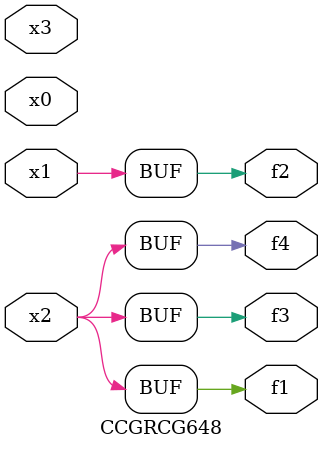
<source format=v>
module CCGRCG648(
	input x0, x1, x2, x3,
	output f1, f2, f3, f4
);
	assign f1 = x2;
	assign f2 = x1;
	assign f3 = x2;
	assign f4 = x2;
endmodule

</source>
